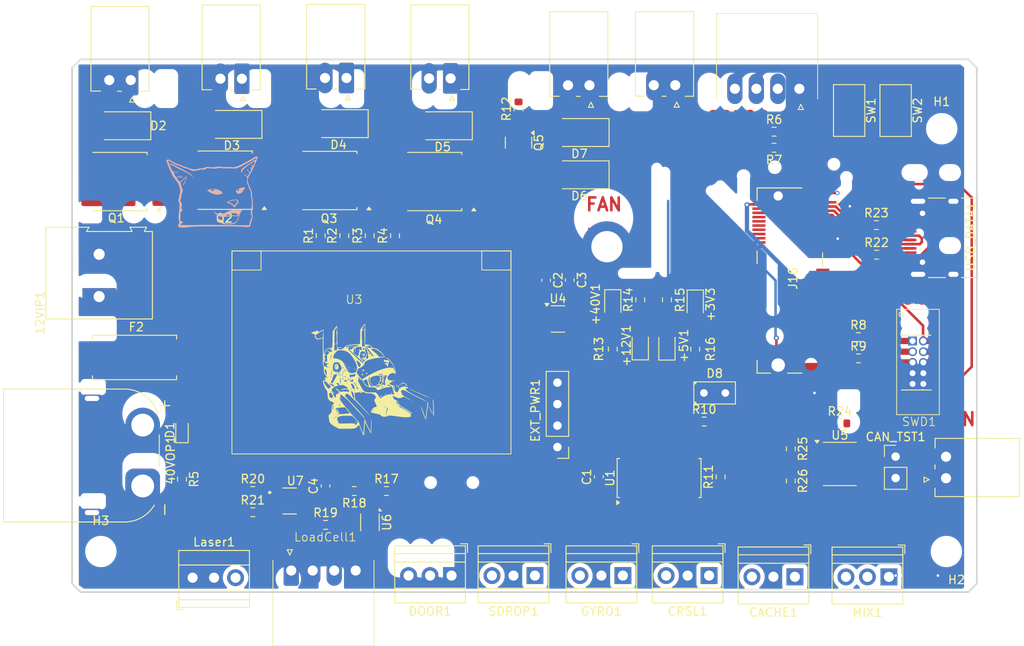
<source format=kicad_pcb>
(kicad_pcb (version 20240108) (generator "pcbnew") (generator_version "8.0")
  (layers (0 "F.Cu" signal "Front") (1 "In1.Cu" signal) (2 "In2.Cu" signal) (31 "B.Cu" signal "Back") (34 "B.Paste" user) (35 "F.Paste" user) (36 "B.SilkS" user "B.Silkscreen") (37 "F.SilkS" user "F.Silkscreen") (38 "B.Mask" user) (39 "F.Mask" user) (44 "Edge.Cuts" user))
  (net 0 "")
  (net 1 "GND")
  (net 2 "Net-(+3V3-A)")
  (net 3 "Net-(+5V1-A)")
  (net 4 "Net-(+12V1-A)")
  (net 5 "Net-(D8-K)")
  (net 6 "+5V")
  (net 7 "+40V")
  (net 8 "I2C_SCL")
  (net 9 "I2C_SDA")
  (net 10 "Net-(+40V1-A)")
  (net 11 "Net-(40VOP1-Pin_2)")
  (net 12 "Net-(CAN1-Pin_1)")
  (net 13 "Net-(CAN1-Pin_2)")
  (net 17 "USB_VIN")
  (net 18 "RST")
  (net 24 "CAN_RX")
  (net 26 "USB_D-")
  (net 29 "Net-(D1-K)")
  (net 30 "EMTR4")
  (net 36 "SWDCK")
  (net 40 "SWDIO")
  (net 42 "Boot")
  (net 45 "CAN_TX")
  (net 48 "USB_D+")
  (net 53 "CC2")
  (net 54 "Net-(D2-A)")
  (net 55 "CC1")
  (net 58 "MINI1")
  (net 60 "+12V")
  (net 61 "Net-(D3-A)")
  (net 62 "Net-(D4-A)")
  (net 63 "Net-(D5-A)")
  (net 64 "VFAN")
  (net 65 "Net-(D6-A)")
  (net 66 "+3V3")
  (net 67 "VBATT")
  (net 71 "EMTR2")
  (net 73 "EMTR1")
  (net 76 "EMTR3")
  (net 81 "MINI2")
  (net 82 "MIX")
  (net 83 "Net-(Q1-G)")
  (net 84 "Net-(Q2-G)")
  (net 85 "Net-(Q3-G)")
  (net 86 "Net-(Q4-G)")
  (net 87 "Net-(U5-Rs)")
  (net 88 "Net-(U1-~{OE})")
  (net 89 "SRV1")
  (net 90 "SRV2")
  (net 91 "SRV3")
  (net 105 "Net-(U6A--)")
  (net 106 "Net-(U6A-+)")
  (net 108 "/Sensors/SHDN")
  (net 109 "LCELL")
  (net 110 "/Sensors/Green")
  (net 111 "/Sensors/White")
  (net 120 "Net-(R19-Pad1)")
  (net 121 "Net-(U7--)")
  (net 122 "Net-(U7-+)")
  (footprint "Capacitor_SMD:C_0603_1608Metric" (layer "F.Cu") (at 105.6625 70.075 -90)
    (property "Reference" "C2")
    (property "Value" "1uF")
  )
  (footprint "Resistor_SMD:R_0603_1608Metric" (layer "F.Cu") (at 62.6 93.6 -90)
    (property "Reference" "R5")
    (property "Value" "560")
  )
  (footprint "Diode_SMD:D_SMA" (layer "F.Cu") (at 109.6 57.6 180)
    (property "Reference" "D6")
    (property "Value" "D_Schottky")
  )
  (footprint "Package_TO_SOT_SMD:TO-252-2" (layer "F.Cu") (at 55.16 58.3975 180)
    (property "Reference" "Q1")
    (property "Value" "Q_NMOS_GDS")
  )
  (footprint "Button_Switch_SMD:SW_SPST_CK_RS282G05A3" (layer "F.Cu") (at 147 50 -90)
    (property "Reference" "SW2")
    (property "Value" "SW_SPST")
  )
  (footprint "Package_TO_SOT_SMD:SOT-23-5" (layer "F.Cu") (at 107.0625 74.65)
    (property "Reference" "U4")
    (property "Value" "MIC5504-3.3YM5")
  )
  (footprint "Resistor_SMD:R_0603_1608Metric" (layer "F.Cu") (at 132.625 54.4 180)
    (property "Reference" "R7")
    (property "Value" "5.1k")
  )
  (footprint "SJSU_common:Pluggable_Terminal_2.54mm_2P_Horizontal" (layer "F.Cu") (at 80.22 51.45 180)
    (property "Reference" "PMP3" (hide yes))
    (property "Value" "PMP3")
  )
  (footprint "Resistor_SMD:R_0603_1608Metric" (layer "F.Cu") (at 81.8 64.8 90)
    (property "Reference" "R2")
    (property "Value" "10")
  )
  (footprint "TerminalBlock:TerminalBlock_Altech_AK300-2_P5.00mm" (layer "F.Cu") (at 52.8 72 90)
    (property "Reference" "12VIP1")
    (property "Value" "xT60F")
  )
  (footprint "Resistor_SMD:R_0603_1608Metric" (layer "F.Cu") (at 140.4 87)
    (property "Reference" "R24")
    (property "Value" "120")
  )
  (footprint "LED_THT:LED_D2.0mm_W4.8mm_H2.5mm_FlatTop" (layer "F.Cu") (at 124.325 83.4)
    (property "Reference" "D8")
    (property "Value" "LED")
  )
  (footprint "LOGO" (layer "F.Cu") (at 85 81.761)
    (property "Reference" "G***" (hide yes))
    (property "Value" "LOGO" (hide yes))
  )
  (footprint "Resistor_SMD:R_0603_1608Metric" (layer "F.Cu") (at 70.975 95)
    (property "Reference" "R20")
    (property "Value" "0")
  )
  (footprint "Package_SO:SOIC-8_3.9x4.9mm_P1.27mm" (layer "F.Cu") (at 140.4 91.8)
    (property "Reference" "U5")
    (property "Value" "SN65HVD230")
  )
  (footprint "TerminalBlock:TerminalBlock_Xinya_XY308-2.54-3P_1x03_P2.54mm_Horizontal" (layer "F.Cu") (at 63.855 105.25)
    (property "Reference" "Laser1")
    (property "Value" "Screw_Terminal_01x03")
  )
  (footprint "Resistor_SMD:R_0603_1608Metric" (layer "F.Cu") (at 134.6 93.8 -90)
    (property "Reference" "R26")
    (property "Value" "5.1k")
  )
  (footprint "Package_TO_SOT_SMD:SOT-23" (layer "F.Cu") (at 102.4 53.8 -90)
    (property "Reference" "Q5")
    (property "Value" "Q_NMOS_GDS")
  )
  (footprint "TerminalBlock:TerminalBlock_Xinya_XY308-2.54-3P_1x03_P2.54mm_Horizontal" (layer "F.Cu") (at 124.94 105 180)
    (property "Reference" "CRSL1")
    (property "Value" "Carousel")
  )
  (footprint "Resistor_SMD:R_0603_1608Metric" (layer "F.Cu") (at 86.775 95)
    (property "Reference" "R17")
    (property "Value" "150k")
  )
  (footprint "SJSU_common:Pluggable_Terminal_2.54mm_2P_Horizontal" (layer "F.Cu") (at 54.71 51.7 180)
    (property "Reference" "PMP1" (hide yes))
    (property "Value" "PMP1")
  )
  (footprint "Resistor_SMD:R_0603_1608Metric" (layer "F.Cu") (at 132.625 52.5)
    (property "Reference" "R6")
    (property "Value" "5.1k")
  )
  (footprint "TerminalBlock:TerminalBlock_Xinya_XY308-2.54-3P_1x03_P2.54mm_Horizontal" (layer "F.Cu") (at 94.48 105 180)
    (property "Reference" "DOOR1")
    (property "Value" "Door")
  )
  (footprint "Resistor_SMD:R_0603_1608Metric" (layer "F.Cu") (at 113.55 78.2125 -90)
    (property "Reference" "R13")
    (property "Value" "3.9k")
  )
  (footprint "MountingHole:MountingHole_2.2mm_M2" (layer "F.Cu") (at 53 102.15)
    (property "Reference" "H3")
    (property "Value" "MountingHole")
  )
  (footprint "Resistor_SMD:R_0603_1608Metric" (layer "F.Cu") (at 116.8 72.3825 90)
    (property "Reference" "R14")
    (property "Value" "560")
  )
  (footprint "Resistor_SMD:R_0603_1608Metric" (layer "F.Cu") (at 84.8 64.8 90)
    (property "Reference" "R3")
    (property "Value" "10")
  )
  (footprint "SJSU_common:Pluggable_Terminal_2.54mm_4P_Horizontal" (layer "F.Cu") (at 131.58 50.875 180)
    (property "Reference" "J1" (hide yes))
    (property "Value" "I2C" (hide yes))
  )
  (footprint "Connector_PinHeader_2.54mm:PinHeader_1x02_P2.54mm_Vertical" (layer "F.Cu") (at 147 90.925)
    (property "Reference" "CAN_TST1")
    (property "Value" "Conn_01x02_Socket")
  )
  (footprint "Package_TO_SOT_SMD:TO-252-2" (layer "F.Cu") (at 79.985 58.275 180)
    (property "Reference" "Q3")
    (property "Value" "Q_NMOS_GDS")
  )
  (footprint "SJSU_common:Pluggable_Terminal_2.54mm_2P_Horizontal" (layer "F.Cu") (at 92.535 51.5 180)
    (property "Reference" "PMP4" (hide yes))
    (property "Value" "PMP4")
  )
  (footprint "LED_SMD:LED_0805_2012Metric" (layer "F.Cu") (at 113.55 72.875 -90)
    (property "Reference" "+40V1")
    (property "Value" "LED_GRN")
  )
  (footprint "Resistor_SMD:R_0603_1608Metric" (layer "F.Cu") (at 142.6 76.8)
    (property "Reference" "R8")
    (property "Value" "5.1k")
  )
  (footprint "Connector_USB:USB_C_Receptacle_HRO_TYPE-C-31-M-12" (layer "F.Cu") (at 152.78 65.05 90)
    (property "Reference" "USB_DATA1")
    (property "Value" "USB_C_Receptacle_USB2.0_16P")
  )
  (footprint "LED_SMD:LED_0805_2012Metric" (layer "F.Cu") (at 123.3 72.9125 -90)
    (property "Reference" "+3V3")
    (property "Value" "LED_GRN")
  )
  (footprint "SJSU_common:Pluggable_Terminal_2.54mm_4P_Horizontal" (layer "F.Cu") (at 79.55 100.95)
    (property "Reference" "LoadCell1")
    (property "Value" "Screw_Terminal_01x04")
  )
  (footprint "LED_SMD:LED_0805_2012Metric" (layer "F.Cu") (at 116.8 77.8 90)
    (property "Reference" "+12V1")
    (property "Value" "LED_GRN")
  )
  (footprint "Resistor_SMD:R_0603_1608Metric" (layer "F.Cu") (at 142.6 79.31)
    (property "Reference" "R9")
    (property "Value" "5.1k")
  )
  (footprint "Package_DFN_QFN:DFN-8-1EP_2x2mm_P0.5mm_EP1.05x1.75mm" (layer "F.Cu") (at 84.825 98.7 -90)
    (property "Reference" "U6")
    (property "Value" "LM358(ES)")
  )
  (footprint "Fuse:Fuseholder_Littelfuse_Nano2_154x" (layer "F.Cu") (at 56.985 79.2 180)
    (property "Reference" "F2")
    (property "Value" "Fuse_Small")
  )
  (footprint "TerminalBlock:TerminalBlock_Xinya_XY308-2.54-3P_1x03_P2.54mm_Horizontal" (layer "F.Cu") (at 135.085 105.14 180)
    (property "Reference" "CACHE1")
    (property "Value" "Cache")
  )
  (footprint "Resistor_SMD:R_0603_1608Metric" (layer "F.Cu") (at 70.975 97.51)
    (property "Reference" "R21")
    (property "Value" "0")
  )
  (footprint "Resistor_SMD:R_0603_1608Metric" (layer "F.Cu") (at 134.6 90 -90)
    (property "Reference" "R25")
    (property "Value" "5.1k")
  )
  (footprint "TerminalBlock:TerminalBlock_Xinya_XY308-2.54-3P_1x03_P2.54mm_Horizontal" (layer "F.Cu") (at 104.34 105 180)
    (property "Reference" "SDROP1")
    (property "Value" "Soil_Drop")
  )
  (footprint "LED_SMD:LED_0603_1608Metric" (layer "F.Cu") (at 62.6 87.8 90)
    (property "Reference" "D1")
    (property "Value" "LED_BLU")
  )
  (footprint "SJSU_common:Pluggable_Terminal_2.54mm_2P_Horizontal" (layer "F.Cu") (at 147.6625 91.655 90)
    (property "Reference" "CAN1" (hide yes))
    (property "Value" "CAN")
  )
  (footprint "Resistor_SMD:R_0603_1608Metric" (layer "F.Cu") (at 119.95 72.3675 90)
    (property "Reference" "R15")
    (property "Value" "330")
  )
  (footprint "MountingHole:MountingHole_2.2mm_M2" (layer "F.Cu") (at 153 102.15)
    (property "Reference" "H2")
    (property "Value" "MountingHole")
  )
  (footprint "Button_Switch_SMD:SW_SPST_CK_RS282G05A3" (layer "F.Cu") (at 141.5 49.993354 -90)
    (property "Reference" "SW1")
    (property "Value" "SW_SPST")
  )
  (footprint "SJSU_common:5VBuckModule" (layer "F.Cu") (at 68.502754 66.610416)
    (property "Reference" "U3")
    (property "Value" "~")
  )
  (footprint "Connector_AMASS:AMASS_XT60PW-M_1x02_P7.20mm_Horizontal" (layer "F.Cu") (at 57.95 94.4 90)
    (property "Reference" "40VOP1")
    (property "Value" "xT60M")
  )
  (footprint "Resistor_SMD:R_0603_1608Metric" (layer "F.Cu") (at 123.3 78.2175 90)
    (property "Reference" "R16")
    (property "Value" "120")
  )
  (footprint "SJSU_common:Pluggable_Terminal_2.54mm_2P_Horizontal" (layer "F.Cu") (at 119.11 52.3 180)
    (property "Reference" "FAN_BATT1" (hide yes))
    (property "Value" "F_BATT")
  )
  (footprint "Diode_SMD:D_SMA" (layer "F.Cu") (at 68.545 51.6375 180)
    (property "Reference" "D3")
    (property "Value" "D_Schottky")
  )
  (footprint "TerminalBlock:TerminalBlock_Xinya_XY308-2.54-3P_1x03_P2.54mm_Horizontal" (layer "F.Cu") (at 114.74 105 180)
    (property "Reference" "GYRO1")
    (property "Value" "Gyro_Arm")
  )
  (footprint "Resistor_SMD:R_0603_1608Metric" (layer "F.Cu") (at 144.725 63.55)
    (property "Reference" "R23")
    (property "Value" "5.1k")
  )
  (footprint "Resistor_SMD:R_0603_1608Metric" (layer "F.Cu") (at 87.8 64.8 90)
    (property "Reference" "R4")
    (property "Value" "10")
  )
  (footprint "Resistor_SMD:R_0603_1608Metric" (layer "F.Cu") (at 79.575 99)
    (property "Reference" "R19")
    (property "Value" "200k")
  )
  (footprint "Capacitor_SMD:C_0603_1608Metric" (layer "F.Cu") (at 79.575 94.4 90)
    (property "Reference" "C4")
    (property "Value" "0.1uF")
  )
  (footprint "Diode_SMD:D_SMA" (layer "F.Cu") (at 81.11 51.55 180)
    (property "Reference" "D4")
    (property "Value" "D_Schottky")
  )
  (footprint "LED_SMD:LED_0805_2012Metric" (layer "F.Cu") (at 119.95 77.825 90)
    (property "Reference" "+5V1")
    (property "Value" "LED_GRN")
  )
  (footprint "SJSU_common:Pluggable_Terminal_2.54mm_2P_Horizontal" (layer "F.Cu") (at 67.855 51.5375 180)
    (property "Reference" "PMP2" (hide yes))
    (property "Value" "PMP2")
  )
  (footprint "Diode_SMD:D_SMA" (layer "F.Cu") (at 109.6 52.6 180)
    (property "Reference" "D7")
    (property "Value" "D_Schottky")
  )
  (footprint "Resistor_SMD:R_0603_1608Metric" (layer "F.Cu") (at 124.355 86.78)
    (property "Reference" "R10")
    (property "Value" "15")
  )
  (footprint "Capacitor_SMD:C_0603_1608Metric" (layer "F.Cu") (at 108.4625 70.05 -90)
    (property "Reference" "C3")
    (property "Value" "1uF")
  )
  (footprint "Package_SO:TSSOP-28_4.4x9.7mm_P0.65mm" (layer "F.Cu") (at 119.025 93.4625 90)
    (property "Reference" "U1")
    (property "Value" "PCA9685PW")
  )
  (footprint "SJSU_common:Pluggable_Terminal_2.54mm_2P_Horizontal" (layer "F.Cu") (at 108.965 52.3125 180)
    (property "Reference" "FAN1" (hide yes))
    (property "Value" "FAN")
  )
  (footprint "Resistor_SMD:R_0603_1608Metric" (layer "F.Cu") (at 79 64.8 90)
    (property "Reference" "R1")
    (property "Value" "10")
  )
  (footprint "Resistor_SMD:R_0603_1608Metric" (layer "F.Cu") (at 144.75 67.05)
    (property "Reference" "R22")
    (property "Value" "5.1k")
  )
  (footprint "Resistor_SMD:R_0603_1608Metric" (layer "F.Cu") (at 102.4 49.8 90)
    (property "Reference" "R12")
    (property "Value" "10k")
  )
  (footprint "Resistor_SMD:R_0603_1608Metric" (layer "F.Cu") (at 82.975 95 180)
    (property "Reference" "R18")
    (property "Value" "10k")
  )
  (footprint "Package_TO_SOT_SMD:TO-252-2" (layer "F.Cu") (at 67.605 58.2375 180)
    (property "Reference" "Q2")
    (property "Value" "Q_NMOS_GDS")
  )
  (footprint "SJSU_common:SWD_Conn" (layer "F.Cu") (at 149.015 71.13)
    (property "Reference" "SWD1")
    (property "Value" "Conn_02x05_Odd_Even")
  )
  (footprint "MountingHole:MountingHole_2.2mm_M2" (layer "F.Cu") (at 152.45 52.15)
    (property "Reference" "H1")
    (property "Value" "MountingHole")
  )
  (footprint "Resistor_SMD:R_0603_1608Metric" (layer "F.Cu") (at 126.3 93.325 90)
    (property "Reference" "R11")
    (property "Value" "10k")
  )
  (footprint "Connector_PinHeader_2.54mm:PinHeader_1x04_P2.54mm_Vertical" (layer "F.Cu") (at 107 89.8 180)
    (property "Reference" "EXT_PWR1")
    (property "Value" "Conn_01x04")
  )
  (footprint "SJSU_common:micromod" (layer "F.Cu") (at 124.86 70.1 90)
    (property "Reference" "J16")
    (property "Value" "MicroMod" (hide yes))
  )
  (footprint "TerminalBlock:TerminalBlock_Xinya_XY308-2.54-3P_1x03_P2.54mm_Horizontal" (layer "F.Cu") (at 146.205 105.15 180)
    (property "Reference" "MIX1")
    (property "Value" "Screw_Terminal_01x03")
  )
  (footprint "Diode_SMD:D_SMA" (layer "F.Cu") (at 93.425 51.8 180)
    (property "Reference" "D5")
    (property "Value" "D_Schottky")
  )
  (footprint "SJSU_common:INA350CDSIDDFR" (layer "F.Cu") (at 75.325 96.175)
    (property "Reference" "U7")
    (property "Value" "INA350CDS")
  )
  (footprint "Capacitor_SMD:C_0603_1608Metric" (layer "F.Cu") (at 111.9 93.325 90)
    (property "Reference" "C1")
    (property "Value" "100nF")
  )
  (footprint "Diode_SMD:D_SMA" (layer "F.Cu") (at 55.4 51.8 180)
    (property "Reference" "D2")
    (property "Value" "D_Schottky")
  )
  (footprint "Package_TO_SOT_SMD:TO-252-2" (layer "F.Cu") (at 92.385 58.3975 180)
    (property "Reference" "Q4")
    (property "Value" "Q_NMOS_GDS")
  )
  (footprint "LOGO" (layer "B.Cu") (at 66.2 59.6 180)
    (property "Reference" "G***" (hide yes))
    (property "Value" "LOGO" (hide yes))
  )
  (gr_line (start 156.6 105.95) (end 156.6 44.95) (stroke (width 0.2)) (layer "Edge.Cuts"))
  (gr_line (start 49.6 105.95) (end 49.6 44.95) (stroke (width 0.2)) (layer "Edge.Cuts"))
  (gr_line (start 50.6 43.95) (end 49.6 44.95) (stroke (width 0.2)) (layer "Edge.Cuts"))
  (gr_line (start 50.6 106.95) (end 49.6 105.95) (stroke (width 0.2)) (layer "Edge.Cuts"))
  (gr_line (start 156.6 44.95) (end 155.6 43.95) (stroke (width 0.2)) (layer "Edge.Cuts"))
  (gr_line (start 156.6 105.95) (end 155.6 106.95) (stroke (width 0.2)) (layer "Edge.Cuts"))
  (gr_line (start 155.6 106.95) (end 50.6 106.95) (stroke (width 0.2)) (layer "Edge.Cuts"))
  (gr_line (start 155.6 43.95) (end 50.6 43.95) (stroke (width 0.2)) (layer "Edge.Cuts"))
  (gr_text "BATT\n" (at 116.8 52.2 0) (layer "F.Cu") (effects (font (size 1.524 1.524) (thickness 0.3048) (bold yes)) (justify left bottom)))
  (gr_text "PUMPS\n" (at 69 64.4 0) (layer "F.Cu") (effects (font (size 1.524 1.524) (thickness 0.3048) (bold yes)) (justify left bottom)))
  (gr_text "VENT FAN\n" (at 103.6 62 0) (layer "F.Cu") (effects (font (size 1.524 1.524) (thickness 0.3048) (bold yes)) (justify left bottom)))
  (gr_text "COLOR\n" (at 124.4 51.8 0) (layer "F.Cu") (effects (font (size 1.524 1.524) (thickness 0.3048) (bold yes)) (justify left bottom)))
  (gr_text "DEBUG\n" (at 143 73 0) (layer "F.Cu") (effects (font (size 1.524 1.524) (thickness 0.3048) (bold yes)) (justify left bottom)))
  (gr_text "CAN" (at 151.8 87.4 0) (layer "F.Cu") (effects (font (size 1.524 1.524) (thickness 0.3048) (bold yes)) (justify left bottom)))
  (segment (start 143.442894 66.3) (end 142.9 65.757106) (width 0.3) (layer "F.Cu") (net 1))
  (segment (start 138.385 60.85) (end 140.121319 60.85) (width 0.3) (layer "F.Cu") (net 1))
  (segment (start 137.4 60.85) (end 137 61.25) (width 0.3) (layer "F.Cu") (net 1))
  (segment (start 139.5 62.35) (end 138.385 62.35) (width 0.3) (layer "F.Cu") (net 1))
  (segment (start 143.925 67.05) (end 144.75 67.875) (width 0.3) (layer "F.Cu") (net 1))
  (segment (start 138.625 79.675) (end 137.85 80.45) (width 0.3) (layer "F.Cu") (net 1))
  (segment (start 110.71 63.95) (end 112.86 66.1) (width 0.2) (layer "F.Cu") (net 1))
  (segment (start 141.5 46.093354) (end 141.106646 45.7) (width 0.3) (layer "F.Cu") (net 1))
  (segment (start 137 61.95) (end 137.4 62.35) (width 0.3) (layer "F.Cu") (net 1))
  (segment (start 143.45 66.3) (end 143.442894 66.3) (width 0.3) (layer "F.Cu") (net 1))
  (segment (start 138.385 60.85) (end 137.4 60.85) (width 0.3) (layer "F.Cu") (net 1))
  (segment (start 138.625 79.35) (end 138.625 79.675) (width 0.3) (layer "F.Cu") (net 1))
  (segment (start 138.65 80) (end 138.65 80.325) (width 0.3) (layer "F.Cu") (net 1))
  (segment (start 147.57 69.37) (end 149.675 69.37) (width 0.3) (layer "F.Cu") (net 1))
  (segment (start 138.385 60.525) (end 137.61 59.75) (width 0.3) (layer "F.Cu") (net 1))
  (segment (start 138.385 60.85) (end 138.385 60.525) (width 0.3) (layer "F.Cu") (net 1))
  (segment (start 149.1 68.25) (end 149.1 68.795) (width 0.3) (layer "F.Cu") (net 1))
  (segment (start 142.821319 63.55) (end 143.95 63.55) (width 0.3) (layer "F.Cu") (net 1))
  (segment (start 137.4 80.66) (end 137.4 83.4) (width 0.3) (layer "F.Cu") (net 1))
  (segment (start 146.075 67.875) (end 147.57 69.37) (width 0.3) (layer "F.Cu") (net 1))
  (segment (start 137 61.25) (end 137 61.95) (width 0.3) (layer "F.Cu") (net 1))
  (segment (start 143.95 66.8) (end 143.45 66.3) (width 0.3) (layer "F.Cu") (net 1))
  (segment (start 143.95 67.05) (end 143.95 66.8) (width 0.3) (layer "F.Cu") (net 1))
  (segment (start 140.121319 60.85) (end 142.821319 63.55) (width 0.3) (layer "F.Cu") (net 1))
  (segment (start 140.1 59.75) (end 137.61 59.75) (width 0.3) (layer "F.Cu") (net 1))
  (segment (start 144.75 67.875) (end 146.075 67.875) (width 0.3) (layer "F.Cu") (net 1))
  (segment (start 149.1 61.85) (end 149.1 61.305) (width 0.3) (layer "F.Cu") (net 1))
  (segment (start 137.4 62.35) (end 138.385 62.35) (width 0.3) (layer "F.Cu") (net 1))
  (segment (start 137.61 80.45) (end 137.4 80.66) (width 0.3) (layer "F.Cu") (net 1))
  (segment (start 146.993354 46.093354) (end 147 46.1) (width 0.3) (layer "F.Cu") (net 1))
  (segment (start 142.9 65.75) (end 139.5 62.35) (width 0.3) (layer "F.Cu") (net 1))
  (segment (start 142.9 65.757106) (end 142.9 65.75) (width 0.3) (layer "F.Cu") (net 1))
  (segment (start 149.1 61.305) (end 149.675 60.73) (width 0.3) (layer "F.Cu") (net 1))
  (segment (start 149.1 68.795) (end 149.675 69.37) (width 0.3) (layer "F.Cu") (net 1))
  (via (at 140.1 59.75) (size 0.5) (drill 0.3) (layers "F.Cu" "B.Cu") (net 1))
  (via (at 137.4 83.4) (size 0.5) (drill 0.3) (layers "F.Cu" "B.Cu") (net 1))
  (segment (start 122.4925 79.0425) (end 123.3 79.0425) (width 0.3) (layer "F.Cu") (net 2))
  (segment (start 121.95 78.5) (end 122.4925 79.0425) (width 0.3) (layer "F.Cu") (net 2))
  (segment (start 123.3 73.85) (end 122.85 73.85) (width 0.3) (layer "F.Cu") (net 2))
  (segment (start 121.95 74.75) (end 121.95 78.5) (width 0.3) (layer "F.Cu") (net 2))
  (segment (start 122.85 73.85) (end 121.95 74.75) (width 0.3) (layer "F.Cu") (net 2))
  (segment (start 119.95 73.1925) (end 119.95 76.8875) (width 0.3) (layer "F.Cu") (net 3))
  (segment (start 116.8 73.2075) (end 116.8 76.8625) (width 0.3) (layer "F.Cu") (net 4))
  (segment (start 119.95 71.5425) (end 120.0575 71.5425) (width 1) (layer "F.Cu") (net 6))
  (via (at 152 105) (size 0.5) (drill 0.3) (layers "F.Cu" "B.Cu") (net 6))
  (segment (start 120.1 60.7) (end 120.1 72.45) (width 0.3) (layer "B.Cu") (net 9))
  (segment (start 113.55 73.8125) (end 113.55 77.3875) (width 0.3) (layer "F.Cu") (net 10))
  (segment (start 141.6 61.3) (end 146.5 61.3) (width 0.3) (layer "F.Cu") (net 17))
  (segment (start 146.5 61.3) (end 147.8 62.6) (width 0.3) (layer "F.Cu") (net 17))
  (segment (start 140.15 65.15) (end 140.15 63.70758) (width 0.3) (layer "F.Cu") (net 17))
  (segment (start 140.15 63.70758) (end 139.29242 62.85) (width 0.3) (layer "F.Cu") (net 17))
  (segment (start 150.9 66.189695) (end 149.639695 67.45) (width 0.3) (layer "F.Cu") (net 17))
  (segment (start 150.9 63.92188) (end 150.9 66.189695) (width 0.3) (layer "F.Cu") (net 17))
  (segment (start 149.1 62.65) (end 149.62812 62.65) (width 0.3) (layer "F.Cu") (net 17))
  (segment (start 149.62812 62.65) (end 150.9 63.92188) (width 0.3) (layer "F.Cu") (net 17))
  (segment (start 149.639695 67.45) (end 149.1 67.45) (width 0.3) (layer "F.Cu") (net 17))
  (segment (start 139.29242 62.85) (end 138.625 62.85) (width 0.3) (layer "F.Cu") (net 17))
  (segment (start 141.584924 61.315076) (end 141.6 61.3) (width 0.3) (layer "F.Cu") (net 17))
  (segment (start 147.8 62.6) (end 148.735 62.6) (width 0.3) (layer "F.Cu") (net 17))
  (via (at 141.584924 61.315076) (size 0.5) (drill 0.3) (layers "F.Cu" "B.Cu") (net 17))
  (via (at 140.15 65.15) (size 0.5) (drill 0.3) (layers "F.Cu" "B.Cu") (net 17))
  (segment (start 140.15 65.15) (end 140.15 63.95) (width 0.3) (layer "B.Cu") (net 17))
  (segment (start 140.15 63.95) (end 141.584924 62.515076) (width 0.3) (layer "B.Cu") (net 17))
  (segment (start 141.584924 62.515076) (end 141.584924 61.315076) (width 0.3) (layer "B.Cu") (net 17))
  (segment (start 156 60.3) (end 154.4 58.7) (width 0.3) (layer "F.Cu") (net 18))
  (segment (start 130.835 62.1) (end 131.74242 62.1) (width 0.3) (layer "F.Cu") (net 18))
  (segment (start 156 80.3) (end 156 60.3) (width 0.3) (layer "F.Cu") (net 18))
  (segment (start 153.99 82.31) (end 156 80.3) (width 0.3) (layer "F.Cu") (net 18))
  (segment (start 152.15 82.31) (end 153.99 82.31) (width 0.3) (layer "F.Cu") (net 18))
  (segment (start 154.4 58.7) (end 142.7 58.7) (width 0.3) (layer "F.Cu") (net 18))
  (segment (start 131.74242 62.1) (end 132.05 61.79242) (width 0.3) (layer "F.Cu") (net 18))
  (segment (start 149.77812 64.8) (end 150.1 65.12188) (width 0.3) (layer "F.Cu") (net 26))
  (segment (start 148.4 65.8) (end 149.1 65.8) (width 0.3) (layer "F.Cu") (net 26))
  (segment (start 149.85 65.8) (end 149.1 65.8) (width 0.3) (layer "F.Cu") (net 26))
  (segment (start 138.625 61.85) (end 139.707106 61.85) (width 0.3) (layer "F.Cu") (net 26))
  (segment (start 150.1 65.12188) (end 150.1 65.55) (width 0.3) (layer "F.Cu") (net 26))
  (segment (start 139.707106 61.85) (end 143.4 65.542894) (width 0.3) (layer "F.Cu") (net 26))
  (segment (start 150.1 65.55) (end 149.85 65.8) (width 0.3) (layer "F.Cu") (net 26))
  (segment (start 149.1 64.8) (end 149.77812 64.8) (width 0.3) (layer "F.Cu") (net 26))
  (segment (start 143.4 65.542894) (end 143.4 65.55) (width 0.3) (layer "F.Cu") (net 26))
  (segment (start 143.4 65.55) (end 143.65 65.8) (width 0.3) (layer "F.Cu") (net 26))
  (segment (start 143.65 65.8) (end 149.1 65.8) (width 0.3) (layer "F.Cu") (net 26))
  (segment (start 147.942894 70.45) (end 151.35 70.45) (width 0.3) (layer "F.Cu") (net 36))
  (segment (start 145.867894 68.375) (end 147.942894 70.45) (width 0.3) (layer "F.Cu") (net 36))
  (segment (start 154.4 78.1) (end 154 78.5) (width 0.3) (layer "F.Cu") (net 36))
  (segment (start 153.75 72.55) (end 153.45 72.55) (width 0.3) (layer "F.Cu") (net 36))
  (segment (start 143.882106 68.375) (end 145.867894 68.375) (width 0.3) (layer "F.Cu") (net 36))
  (segment (start 154.4 73.2) (end 154.4 78.1) (width 0.3) (layer "F.Cu") (net 36))
  (segment (start 154 78.5) (end 152.15 78.5) (width 0.3) (layer "F.Cu") (net 36))
  (segment (start 151.35 70.45) (end 153.45 72.55) (width 0.3) (layer "F.Cu") (net 36))
  (segment (start 141.357106 65.85) (end 143.882106 68.375) (width 0.3) (layer "F.Cu") (net 36))
  (segment (start 154.4 73.2) (end 153.75 72.55) (width 0.3) (layer "F.Cu") (net 36))
  (segment (start 138.385 65.85) (end 141.357106 65.85) (width 0.3) (layer "F.Cu") (net 36))
  (segment (start 147.55 70.764212) (end 147.55 72.5) (width 0.3) (layer "F.Cu") (net 40))
  (segment (start 147.45 72.5) (end 147.45 72.65) (width 0.3) (layer "F.Cu") (net 40))
  (segment (start 138.385 66.35) (end 141.15 66.35) (width 0.3) (layer "F.Cu") (net 40))
  (segment (start 141.15 66.35) (end 143.675 68.875) (width 0.3) (layer "F.Cu") (net 40))
  (segment (start 145.660788 68.875) (end 147.55 70.764212) (width 0.3) (layer "F.Cu") (net 40))
  (segment (start 143.675 68.875) (end 145.660788 68.875) (width 0.3) (layer "F.Cu") (net 40))
  (segment (start 150.25 75.45) (end 150.25 77.23) (width 0.3) (layer "F.Cu") (net 40))
  (segment (start 147.45 72.65) (end 150.25 75.45) (width 0.3) (layer "F.Cu") (net 40))
  (segment (start 143.25 57.65) (end 142.8 57.65) (width 0.2) (layer "F.Cu") (net 42))
  (segment (start 135.7 59.05) (end 135.7 62.1) (width 0.3) (layer "F.Cu") (net 42))
  (segment (start 135.7 62.1) (end 136.95 63.35) (width 0.3) (layer "F.Cu") (net 42))
  (segment (start 136.95 63.35) (end 138.625 63.35) (width 0.3) (layer "F.Cu") (net 42))
  (segment (start 147.55 65) (end 147.85 65.3) (width 0.3) (layer "F.Cu") (net 48))
  (segment (start 147.85 65.3) (end 147.9 65.3) (width 0.3) (layer "F.Cu") (net 48))
  (segment (start 139.914212 61.35) (end 143.864212 65.3) (width 0.3) (layer "F.Cu") (net 48))
  (segment (start 148.4 65.3) (end 149.1 65.3) (width 0.3) (layer "F.Cu") (net 48))
  (segment (start 147.8 64.3) (end 147.55 64.55) (width 0.3) (layer "F.Cu") (net 48))
  (segment (start 138.625 61.35) (end 139.914212 61.35) (width 0.3) (layer "F.Cu") (net 48))
  (segment (start 147.9 65.3) (end 149.1 65.3) (width 0.3) (layer "F.Cu") (net 48))
  (segment (start 147.55 64.55) (end 147.55 65) (width 0.3) (layer "F.Cu") (net 48))
  (segment (start 143.864212 65.3) (end 147.9 65.3) (width 0.3) (layer "F.Cu") (net 48))
  (segment (start 148.735 64.3) (end 147.8 64.3) (width 0.3) (layer "F.Cu") (net 48))
  (segment (start 145.85 63.3) (end 148.735 63.3) (width 0.3) (layer "F.Cu") (net 53))
  (segment (start 145.6 63.55) (end 145.85 63.3) (width 0.3) (layer "F.Cu") (net 53))
  (segment (start 146 67) (end 146.75 67) (width 0.3) (layer "F.Cu") (net 55))
  (segment (start 146.75 67) (end 147.45 66.3) (width 0.3) (layer "F.Cu") (net 55))
  (segment (start 149.1 66.3) (end 147.45 66.3) (width 0.3) (layer "F.Cu") (net 55))
  (segment (start 131.74242 79.1) (end 130.835 79.1) (width 0.3) (layer "F.Cu") (net 66))
  (segment (start 133.45 52.35) (end 133.45 52.5) (width 0.4) (layer "F.Cu") (net 66))
  (segment (start 123.3 77.3925) (end 123.3075 77.4) (width 0.3) (layer "F.Cu") (net 66))
  (segment (start 132.9 76.9) (end 132.9 77.94242) (width 0.3) (layer "F.Cu") (net 66))
  (segment (start 130.835 61.1) (end 129.4675 61.1) (width 0.3) (layer "F.Cu") (net 66))
  (segment (start 132.9 77.94242) (end 131.74242 79.1) (width 0.3) (layer "F.Cu") (net 66))
  (segment (start 129.4675 61.1) (end 129.4175 61.15) (width 0.3) (layer "F.Cu") (net 66))
  (via (at 132.9 76.9) (size 0.6) (drill 0.3) (layers "F.Cu" "B.Cu") (net 66))
  (via (at 129.4175 61.15) (size 0.6) (drill 0.3) (layers "F.Cu" "B.Cu") (net 66))
  (segment (start 129.4175 61.15) (end 129.4175 64.218972) (width 0.5) (layer "B.Cu") (net 66))
  (segment (start 136.798528 71.6) (end 142.3 71.6) (width 0.5) (layer "B.Cu") (net 66))
  (segment (start 125.6 62.9) (end 132.8 70.1) (width 0.3) (layer "B.Cu") (net 66))
  (segment (start 129.4175 64.218972) (end 136.798528 71.6) (width 0.5) (layer "B.Cu") (net 66))
  (segment (start 132.8 70.1) (end 132.8 76.8) (width 0.3) (layer "B.Cu") (net 66))
  (segment (start 132.8 76.8) (end 132.9 76.9) (width 0.3) (layer "B.Cu") (net 66))
  (segment (start 142.3 71.6) (end 142.6 71.3) (width 0.5) (layer "B.Cu") (net 66))
  (segment (start 129.720474 71.6) (end 131.075 71.6) (width 0.3) (layer "F.Cu") (net 71))
  (segment (start 131.075 71.1) (end 129.513368 71.1) (width 0.3) (layer "F.Cu") (net 73))
  (segment (start 131.075 72.1) (end 129.92758 72.1) (width 0.3) (layer "F.Cu") (net 76))
  (via (at 147 105) (size 0.5) (drill 0.3) (layers "F.Cu" "B.Cu") (net 82))
  (zone (net 6) (net_name "+5V") (layer "B.Cu") (connect_pads yes (clearance 0.5)) (min_thickness 0.25) (fill yes (thermal_gap 0.5) (thermal_bridge_width 0.5) (island_removal_mode 1) (island_area_min 10))
    (polygon (pts (xy 154.65 44.55) (xy 155.1 44.9) (xy 155.1 106.4) (xy 154.9 106.55) (xy 51 106.55) (xy 50.4 106.15) (xy 50.35 44.55)))
  )
)
</source>
